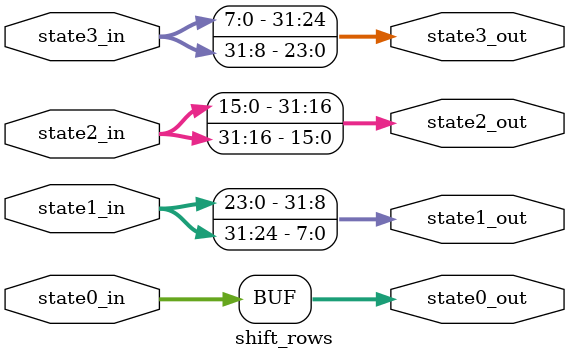
<source format=v>
`timescale 1ns / 1ps


module shift_rows(
    input  [31:0] state0_in,
    input  [31:0] state1_in,
    input  [31:0] state2_in,
    input  [31:0] state3_in,
    output  [31:0] state0_out,
    output  [31:0] state1_out,
    output  [31:0] state2_out,
    output  [31:0] state3_out
    );

    // state0 stays the same
    assign state0_out = state0_in;

    // When there is an input of state1 change the output
    always@(state1_in)
    begin
        state1_out = { state1_in[23:0], state1_in[31:24] };
    end

    // When there is an input of state2 change the output
    always@(state2_in)
    begin
        state2_out = { state2_in[15:0], state2_in[31:16] };
    end

    // When there is an input of state3 change the output
    always@(state1_in)
    begin
        state3_out = { state3_in[7:0], state3_in[31:8] };
    end

endmodule

</source>
